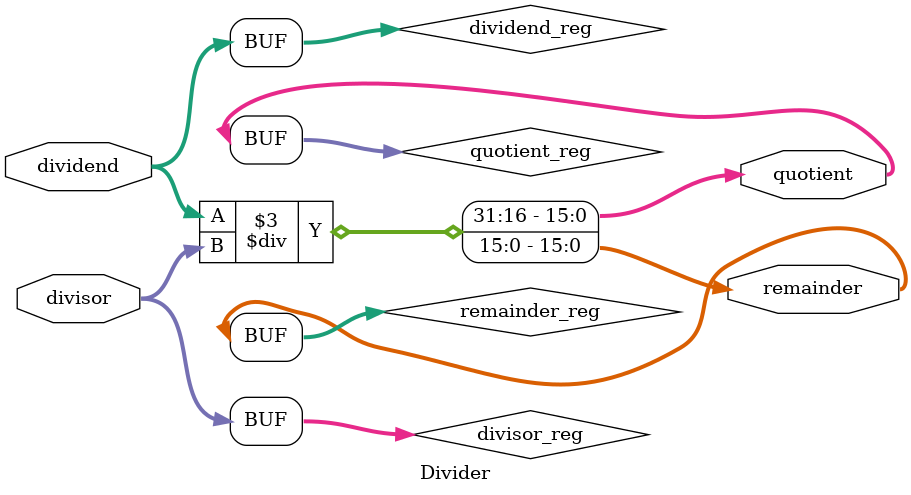
<source format=v>
module Divider(
    input [15:0] dividend,
    input [15:0] divisor,
    output reg [15:0] quotient,
    output reg [15:0] remainder
);

reg [15:0] dividend_reg;
reg [15:0] divisor_reg;
reg [15:0] quotient_reg;
reg [15:0] remainder_reg;

always @* begin
    dividend_reg = dividend;
    divisor_reg = divisor;
end

always @* begin
    {quotient_reg, remainder_reg} = dividend_reg / divisor_reg;
end

assign quotient = quotient_reg;
assign remainder = remainder_reg;

endmodule

</source>
